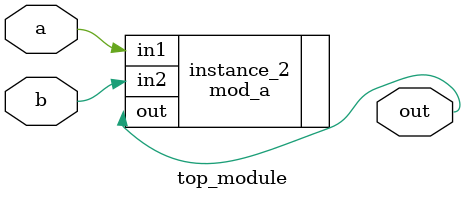
<source format=v>
module top_module(
  input a,
  input b,
  output out);

  /*By Position
  mod_a instance_1 (a, b, out); */
  
  mod_a instance_2 (
    .out(out),
    .in1(a),
    .in2(b) );
  
endmodule

</source>
